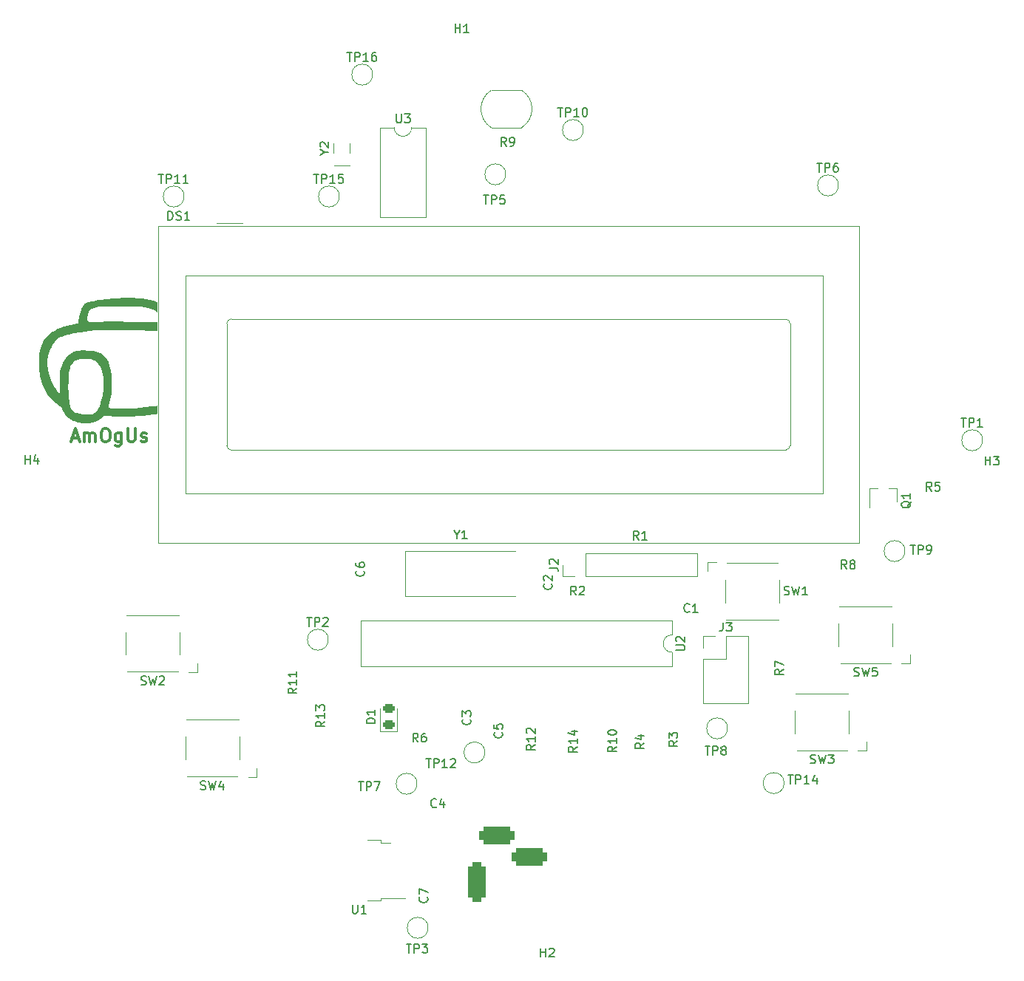
<source format=gbr>
%TF.GenerationSoftware,KiCad,Pcbnew,(6.0.5)*%
%TF.CreationDate,2022-07-22T17:55:24-05:00*%
%TF.ProjectId,First Round Clock,46697273-7420-4526-9f75-6e6420436c6f,rev?*%
%TF.SameCoordinates,PX574d060PY96dce60*%
%TF.FileFunction,Legend,Top*%
%TF.FilePolarity,Positive*%
%FSLAX46Y46*%
G04 Gerber Fmt 4.6, Leading zero omitted, Abs format (unit mm)*
G04 Created by KiCad (PCBNEW (6.0.5)) date 2022-07-22 17:55:24*
%MOMM*%
%LPD*%
G01*
G04 APERTURE LIST*
G04 Aperture macros list*
%AMRoundRect*
0 Rectangle with rounded corners*
0 $1 Rounding radius*
0 $2 $3 $4 $5 $6 $7 $8 $9 X,Y pos of 4 corners*
0 Add a 4 corners polygon primitive as box body*
4,1,4,$2,$3,$4,$5,$6,$7,$8,$9,$2,$3,0*
0 Add four circle primitives for the rounded corners*
1,1,$1+$1,$2,$3*
1,1,$1+$1,$4,$5*
1,1,$1+$1,$6,$7*
1,1,$1+$1,$8,$9*
0 Add four rect primitives between the rounded corners*
20,1,$1+$1,$2,$3,$4,$5,0*
20,1,$1+$1,$4,$5,$6,$7,0*
20,1,$1+$1,$6,$7,$8,$9,0*
20,1,$1+$1,$8,$9,$2,$3,0*%
G04 Aperture macros list end*
%ADD10C,0.150000*%
%ADD11C,0.300000*%
%ADD12C,0.120000*%
%ADD13R,1.400000X1.150000*%
%ADD14C,3.200000*%
%ADD15R,1.600000X1.400000*%
%ADD16R,4.500000X2.000000*%
%ADD17R,1.800000X1.000000*%
%ADD18C,2.000000*%
%ADD19R,2.200000X1.200000*%
%ADD20R,6.400000X5.800000*%
%ADD21R,1.150000X1.400000*%
%ADD22R,0.800000X0.900000*%
%ADD23C,1.600000*%
%ADD24RoundRect,0.243750X0.456250X-0.243750X0.456250X0.243750X-0.456250X0.243750X-0.456250X-0.243750X0*%
%ADD25R,1.700000X1.700000*%
%ADD26O,1.700000X1.700000*%
%ADD27R,1.600000X1.600000*%
%ADD28O,1.600000X1.600000*%
%ADD29C,3.000000*%
%ADD30R,1.800000X2.600000*%
%ADD31O,1.800000X2.600000*%
%ADD32RoundRect,0.500000X-0.500000X1.750000X-0.500000X-1.750000X0.500000X-1.750000X0.500000X1.750000X0*%
%ADD33RoundRect,0.500000X-1.500000X-0.500000X1.500000X-0.500000X1.500000X0.500000X-1.500000X0.500000X0*%
%ADD34R,2.000000X2.000000*%
%ADD35R,3.000000X3.000000*%
%ADD36C,1.440000*%
G04 APERTURE END LIST*
D10*
%TO.C,C7*%
X49227742Y13117534D02*
X49275361Y13069915D01*
X49322980Y12927058D01*
X49322980Y12831820D01*
X49275361Y12688962D01*
X49180123Y12593724D01*
X49084885Y12546105D01*
X48894409Y12498486D01*
X48751552Y12498486D01*
X48561076Y12546105D01*
X48465838Y12593724D01*
X48370600Y12688962D01*
X48322980Y12831820D01*
X48322980Y12927058D01*
X48370600Y13069915D01*
X48418219Y13117534D01*
X48322980Y13450867D02*
X48322980Y14117534D01*
X49322980Y13688962D01*
%TO.C,H4*%
X3196495Y62793620D02*
X3196495Y63793620D01*
X3196495Y63317429D02*
X3767923Y63317429D01*
X3767923Y62793620D02*
X3767923Y63793620D01*
X4672685Y63460286D02*
X4672685Y62793620D01*
X4434590Y63841239D02*
X4196495Y63126953D01*
X4815542Y63126953D01*
%TO.C,R14*%
X66416180Y30345143D02*
X65939990Y30011810D01*
X66416180Y29773715D02*
X65416180Y29773715D01*
X65416180Y30154667D01*
X65463800Y30249905D01*
X65511419Y30297524D01*
X65606657Y30345143D01*
X65749514Y30345143D01*
X65844752Y30297524D01*
X65892371Y30249905D01*
X65939990Y30154667D01*
X65939990Y29773715D01*
X66416180Y31297524D02*
X66416180Y30726096D01*
X66416180Y31011810D02*
X65416180Y31011810D01*
X65559038Y30916572D01*
X65654276Y30821334D01*
X65701895Y30726096D01*
X65749514Y32154667D02*
X66416180Y32154667D01*
X65368561Y31916572D02*
X66082847Y31678477D01*
X66082847Y32297524D01*
%TO.C,SW4*%
X23304666Y25486439D02*
X23447523Y25438820D01*
X23685619Y25438820D01*
X23780857Y25486439D01*
X23828476Y25534058D01*
X23876095Y25629296D01*
X23876095Y25724534D01*
X23828476Y25819772D01*
X23780857Y25867391D01*
X23685619Y25915010D01*
X23495142Y25962629D01*
X23399904Y26010248D01*
X23352285Y26057867D01*
X23304666Y26153105D01*
X23304666Y26248343D01*
X23352285Y26343581D01*
X23399904Y26391200D01*
X23495142Y26438820D01*
X23733238Y26438820D01*
X23876095Y26391200D01*
X24209428Y26438820D02*
X24447523Y25438820D01*
X24638000Y26153105D01*
X24828476Y25438820D01*
X25066571Y26438820D01*
X25876095Y26105486D02*
X25876095Y25438820D01*
X25638000Y26486439D02*
X25399904Y25772153D01*
X26018952Y25772153D01*
%TO.C,Y1*%
X52635209Y54659210D02*
X52635209Y54183020D01*
X52301876Y55183020D02*
X52635209Y54659210D01*
X52968542Y55183020D01*
X53825685Y54183020D02*
X53254257Y54183020D01*
X53539971Y54183020D02*
X53539971Y55183020D01*
X53444733Y55040162D01*
X53349495Y54944924D01*
X53254257Y54897305D01*
%TO.C,Y2*%
X37484590Y98465010D02*
X37960780Y98465010D01*
X36960780Y98131677D02*
X37484590Y98465010D01*
X36960780Y98798343D01*
X37056019Y99084058D02*
X37008400Y99131677D01*
X36960780Y99226915D01*
X36960780Y99465010D01*
X37008400Y99560248D01*
X37056019Y99607867D01*
X37151257Y99655486D01*
X37246495Y99655486D01*
X37389352Y99607867D01*
X37960780Y99036439D01*
X37960780Y99655486D01*
%TO.C,TP14*%
X90565504Y27116020D02*
X91136933Y27116020D01*
X90851219Y26116020D02*
X90851219Y27116020D01*
X91470266Y26116020D02*
X91470266Y27116020D01*
X91851219Y27116020D01*
X91946457Y27068400D01*
X91994076Y27020781D01*
X92041695Y26925543D01*
X92041695Y26782686D01*
X91994076Y26687448D01*
X91946457Y26639829D01*
X91851219Y26592210D01*
X91470266Y26592210D01*
X92994076Y26116020D02*
X92422647Y26116020D01*
X92708361Y26116020D02*
X92708361Y27116020D01*
X92613123Y26973162D01*
X92517885Y26877924D01*
X92422647Y26830305D01*
X93851219Y26782686D02*
X93851219Y26116020D01*
X93613123Y27163639D02*
X93375028Y26449353D01*
X93994076Y26449353D01*
%TO.C,U1*%
X40696495Y12238820D02*
X40696495Y11429296D01*
X40744114Y11334058D01*
X40791733Y11286439D01*
X40886971Y11238820D01*
X41077447Y11238820D01*
X41172685Y11286439D01*
X41220304Y11334058D01*
X41267923Y11429296D01*
X41267923Y12238820D01*
X42267923Y11238820D02*
X41696495Y11238820D01*
X41982209Y11238820D02*
X41982209Y12238820D01*
X41886971Y12095962D01*
X41791733Y12000724D01*
X41696495Y11953105D01*
%TO.C,R13*%
X37511980Y33240743D02*
X37035790Y32907410D01*
X37511980Y32669315D02*
X36511980Y32669315D01*
X36511980Y33050267D01*
X36559600Y33145505D01*
X36607219Y33193124D01*
X36702457Y33240743D01*
X36845314Y33240743D01*
X36940552Y33193124D01*
X36988171Y33145505D01*
X37035790Y33050267D01*
X37035790Y32669315D01*
X37511980Y34193124D02*
X37511980Y33621696D01*
X37511980Y33907410D02*
X36511980Y33907410D01*
X36654838Y33812172D01*
X36750076Y33716934D01*
X36797695Y33621696D01*
X36511980Y34526458D02*
X36511980Y35145505D01*
X36892933Y34812172D01*
X36892933Y34955029D01*
X36940552Y35050267D01*
X36988171Y35097886D01*
X37083409Y35145505D01*
X37321504Y35145505D01*
X37416742Y35097886D01*
X37464361Y35050267D01*
X37511980Y34955029D01*
X37511980Y34669315D01*
X37464361Y34574077D01*
X37416742Y34526458D01*
%TO.C,R1*%
X73467933Y54081420D02*
X73134600Y54557610D01*
X72896504Y54081420D02*
X72896504Y55081420D01*
X73277457Y55081420D01*
X73372695Y55033800D01*
X73420314Y54986181D01*
X73467933Y54890943D01*
X73467933Y54748086D01*
X73420314Y54652848D01*
X73372695Y54605229D01*
X73277457Y54557610D01*
X72896504Y54557610D01*
X74420314Y54081420D02*
X73848885Y54081420D01*
X74134600Y54081420D02*
X74134600Y55081420D01*
X74039361Y54938562D01*
X73944123Y54843324D01*
X73848885Y54795705D01*
%TO.C,C1*%
X79284533Y45845458D02*
X79236914Y45797839D01*
X79094057Y45750220D01*
X78998819Y45750220D01*
X78855961Y45797839D01*
X78760723Y45893077D01*
X78713104Y45988315D01*
X78665485Y46178791D01*
X78665485Y46321648D01*
X78713104Y46512124D01*
X78760723Y46607362D01*
X78855961Y46702600D01*
X78998819Y46750220D01*
X79094057Y46750220D01*
X79236914Y46702600D01*
X79284533Y46654981D01*
X80236914Y45750220D02*
X79665485Y45750220D01*
X79951200Y45750220D02*
X79951200Y46750220D01*
X79855961Y46607362D01*
X79760723Y46512124D01*
X79665485Y46464505D01*
%TO.C,C6*%
X41962342Y50531734D02*
X42009961Y50484115D01*
X42057580Y50341258D01*
X42057580Y50246020D01*
X42009961Y50103162D01*
X41914723Y50007924D01*
X41819485Y49960305D01*
X41629009Y49912686D01*
X41486152Y49912686D01*
X41295676Y49960305D01*
X41200438Y50007924D01*
X41105200Y50103162D01*
X41057580Y50246020D01*
X41057580Y50341258D01*
X41105200Y50484115D01*
X41152819Y50531734D01*
X41057580Y51388877D02*
X41057580Y51198400D01*
X41105200Y51103162D01*
X41152819Y51055543D01*
X41295676Y50960305D01*
X41486152Y50912686D01*
X41867104Y50912686D01*
X41962342Y50960305D01*
X42009961Y51007924D01*
X42057580Y51103162D01*
X42057580Y51293639D01*
X42009961Y51388877D01*
X41962342Y51436496D01*
X41867104Y51484115D01*
X41629009Y51484115D01*
X41533771Y51436496D01*
X41486152Y51388877D01*
X41438533Y51293639D01*
X41438533Y51103162D01*
X41486152Y51007924D01*
X41533771Y50960305D01*
X41629009Y50912686D01*
%TO.C,TP9*%
X104579895Y53455820D02*
X105151323Y53455820D01*
X104865609Y52455820D02*
X104865609Y53455820D01*
X105484657Y52455820D02*
X105484657Y53455820D01*
X105865609Y53455820D01*
X105960847Y53408200D01*
X106008466Y53360581D01*
X106056085Y53265343D01*
X106056085Y53122486D01*
X106008466Y53027248D01*
X105960847Y52979629D01*
X105865609Y52932010D01*
X105484657Y52932010D01*
X106532276Y52455820D02*
X106722752Y52455820D01*
X106817990Y52503439D01*
X106865609Y52551058D01*
X106960847Y52693915D01*
X107008466Y52884391D01*
X107008466Y53265343D01*
X106960847Y53360581D01*
X106913228Y53408200D01*
X106817990Y53455820D01*
X106627514Y53455820D01*
X106532276Y53408200D01*
X106484657Y53360581D01*
X106437038Y53265343D01*
X106437038Y53027248D01*
X106484657Y52932010D01*
X106532276Y52884391D01*
X106627514Y52836772D01*
X106817990Y52836772D01*
X106913228Y52884391D01*
X106960847Y52932010D01*
X107008466Y53027248D01*
%TO.C,TP11*%
X18480304Y95966820D02*
X19051733Y95966820D01*
X18766019Y94966820D02*
X18766019Y95966820D01*
X19385066Y94966820D02*
X19385066Y95966820D01*
X19766019Y95966820D01*
X19861257Y95919200D01*
X19908876Y95871581D01*
X19956495Y95776343D01*
X19956495Y95633486D01*
X19908876Y95538248D01*
X19861257Y95490629D01*
X19766019Y95443010D01*
X19385066Y95443010D01*
X20908876Y94966820D02*
X20337447Y94966820D01*
X20623161Y94966820D02*
X20623161Y95966820D01*
X20527923Y95823962D01*
X20432685Y95728724D01*
X20337447Y95681105D01*
X21861257Y94966820D02*
X21289828Y94966820D01*
X21575542Y94966820D02*
X21575542Y95966820D01*
X21480304Y95823962D01*
X21385066Y95728724D01*
X21289828Y95681105D01*
%TO.C,R7*%
X90038180Y39203334D02*
X89561990Y38870000D01*
X90038180Y38631905D02*
X89038180Y38631905D01*
X89038180Y39012858D01*
X89085800Y39108096D01*
X89133419Y39155715D01*
X89228657Y39203334D01*
X89371514Y39203334D01*
X89466752Y39155715D01*
X89514371Y39108096D01*
X89561990Y39012858D01*
X89561990Y38631905D01*
X89038180Y39536667D02*
X89038180Y40203334D01*
X90038180Y39774762D01*
%TO.C,Q1*%
X104662219Y58477162D02*
X104614600Y58381924D01*
X104519361Y58286686D01*
X104376504Y58143829D01*
X104328885Y58048591D01*
X104328885Y57953353D01*
X104566980Y58000972D02*
X104519361Y57905734D01*
X104424123Y57810496D01*
X104233647Y57762877D01*
X103900314Y57762877D01*
X103709838Y57810496D01*
X103614600Y57905734D01*
X103566980Y58000972D01*
X103566980Y58191448D01*
X103614600Y58286686D01*
X103709838Y58381924D01*
X103900314Y58429543D01*
X104233647Y58429543D01*
X104424123Y58381924D01*
X104519361Y58286686D01*
X104566980Y58191448D01*
X104566980Y58000972D01*
X104566980Y59381924D02*
X104566980Y58810496D01*
X104566980Y59096210D02*
X103566980Y59096210D01*
X103709838Y59000972D01*
X103805076Y58905734D01*
X103852695Y58810496D01*
%TO.C,C5*%
X57786542Y32003334D02*
X57834161Y31955715D01*
X57881780Y31812858D01*
X57881780Y31717620D01*
X57834161Y31574762D01*
X57738923Y31479524D01*
X57643685Y31431905D01*
X57453209Y31384286D01*
X57310352Y31384286D01*
X57119876Y31431905D01*
X57024638Y31479524D01*
X56929400Y31574762D01*
X56881780Y31717620D01*
X56881780Y31812858D01*
X56929400Y31955715D01*
X56977019Y32003334D01*
X56881780Y32908096D02*
X56881780Y32431905D01*
X57357971Y32384286D01*
X57310352Y32431905D01*
X57262733Y32527143D01*
X57262733Y32765239D01*
X57310352Y32860477D01*
X57357971Y32908096D01*
X57453209Y32955715D01*
X57691304Y32955715D01*
X57786542Y32908096D01*
X57834161Y32860477D01*
X57881780Y32765239D01*
X57881780Y32527143D01*
X57834161Y32431905D01*
X57786542Y32384286D01*
%TO.C,SW1*%
X90125066Y47786439D02*
X90267923Y47738820D01*
X90506019Y47738820D01*
X90601257Y47786439D01*
X90648876Y47834058D01*
X90696495Y47929296D01*
X90696495Y48024534D01*
X90648876Y48119772D01*
X90601257Y48167391D01*
X90506019Y48215010D01*
X90315542Y48262629D01*
X90220304Y48310248D01*
X90172685Y48357867D01*
X90125066Y48453105D01*
X90125066Y48548343D01*
X90172685Y48643581D01*
X90220304Y48691200D01*
X90315542Y48738820D01*
X90553638Y48738820D01*
X90696495Y48691200D01*
X91029828Y48738820D02*
X91267923Y47738820D01*
X91458400Y48453105D01*
X91648876Y47738820D01*
X91886971Y48738820D01*
X92791733Y47738820D02*
X92220304Y47738820D01*
X92506019Y47738820D02*
X92506019Y48738820D01*
X92410780Y48595962D01*
X92315542Y48500724D01*
X92220304Y48453105D01*
%TO.C,R3*%
X77910780Y31024534D02*
X77434590Y30691200D01*
X77910780Y30453105D02*
X76910780Y30453105D01*
X76910780Y30834058D01*
X76958400Y30929296D01*
X77006019Y30976915D01*
X77101257Y31024534D01*
X77244114Y31024534D01*
X77339352Y30976915D01*
X77386971Y30929296D01*
X77434590Y30834058D01*
X77434590Y30453105D01*
X76910780Y31357867D02*
X76910780Y31976915D01*
X77291733Y31643581D01*
X77291733Y31786439D01*
X77339352Y31881677D01*
X77386971Y31929296D01*
X77482209Y31976915D01*
X77720304Y31976915D01*
X77815542Y31929296D01*
X77863161Y31881677D01*
X77910780Y31786439D01*
X77910780Y31500724D01*
X77863161Y31405486D01*
X77815542Y31357867D01*
%TO.C,TP15*%
X36260304Y95966820D02*
X36831733Y95966820D01*
X36546019Y94966820D02*
X36546019Y95966820D01*
X37165066Y94966820D02*
X37165066Y95966820D01*
X37546019Y95966820D01*
X37641257Y95919200D01*
X37688876Y95871581D01*
X37736495Y95776343D01*
X37736495Y95633486D01*
X37688876Y95538248D01*
X37641257Y95490629D01*
X37546019Y95443010D01*
X37165066Y95443010D01*
X38688876Y94966820D02*
X38117447Y94966820D01*
X38403161Y94966820D02*
X38403161Y95966820D01*
X38307923Y95823962D01*
X38212685Y95728724D01*
X38117447Y95681105D01*
X39593638Y95966820D02*
X39117447Y95966820D01*
X39069828Y95490629D01*
X39117447Y95538248D01*
X39212685Y95585867D01*
X39450780Y95585867D01*
X39546019Y95538248D01*
X39593638Y95490629D01*
X39641257Y95395391D01*
X39641257Y95157296D01*
X39593638Y95062058D01*
X39546019Y95014439D01*
X39450780Y94966820D01*
X39212685Y94966820D01*
X39117447Y95014439D01*
X39069828Y95062058D01*
%TO.C,R9*%
X58291133Y99191420D02*
X57957800Y99667610D01*
X57719704Y99191420D02*
X57719704Y100191420D01*
X58100657Y100191420D01*
X58195895Y100143800D01*
X58243514Y100096181D01*
X58291133Y100000943D01*
X58291133Y99858086D01*
X58243514Y99762848D01*
X58195895Y99715229D01*
X58100657Y99667610D01*
X57719704Y99667610D01*
X58767323Y99191420D02*
X58957800Y99191420D01*
X59053038Y99239039D01*
X59100657Y99286658D01*
X59195895Y99429515D01*
X59243514Y99619991D01*
X59243514Y100000943D01*
X59195895Y100096181D01*
X59148276Y100143800D01*
X59053038Y100191420D01*
X58862561Y100191420D01*
X58767323Y100143800D01*
X58719704Y100096181D01*
X58672085Y100000943D01*
X58672085Y99762848D01*
X58719704Y99667610D01*
X58767323Y99619991D01*
X58862561Y99572372D01*
X59053038Y99572372D01*
X59148276Y99619991D01*
X59195895Y99667610D01*
X59243514Y99762848D01*
%TO.C,TP5*%
X55710295Y93562420D02*
X56281723Y93562420D01*
X55996009Y92562420D02*
X55996009Y93562420D01*
X56615057Y92562420D02*
X56615057Y93562420D01*
X56996009Y93562420D01*
X57091247Y93514800D01*
X57138866Y93467181D01*
X57186485Y93371943D01*
X57186485Y93229086D01*
X57138866Y93133848D01*
X57091247Y93086229D01*
X56996009Y93038610D01*
X56615057Y93038610D01*
X58091247Y93562420D02*
X57615057Y93562420D01*
X57567438Y93086229D01*
X57615057Y93133848D01*
X57710295Y93181467D01*
X57948390Y93181467D01*
X58043628Y93133848D01*
X58091247Y93086229D01*
X58138866Y92990991D01*
X58138866Y92752896D01*
X58091247Y92657658D01*
X58043628Y92610039D01*
X57948390Y92562420D01*
X57710295Y92562420D01*
X57615057Y92610039D01*
X57567438Y92657658D01*
%TO.C,TP1*%
X110396495Y68026820D02*
X110967923Y68026820D01*
X110682209Y67026820D02*
X110682209Y68026820D01*
X111301257Y67026820D02*
X111301257Y68026820D01*
X111682209Y68026820D01*
X111777447Y67979200D01*
X111825066Y67931581D01*
X111872685Y67836343D01*
X111872685Y67693486D01*
X111825066Y67598248D01*
X111777447Y67550629D01*
X111682209Y67503010D01*
X111301257Y67503010D01*
X112825066Y67026820D02*
X112253638Y67026820D01*
X112539352Y67026820D02*
X112539352Y68026820D01*
X112444114Y67883962D01*
X112348876Y67788724D01*
X112253638Y67741105D01*
%TO.C,TP12*%
X49112704Y28970220D02*
X49684133Y28970220D01*
X49398419Y27970220D02*
X49398419Y28970220D01*
X50017466Y27970220D02*
X50017466Y28970220D01*
X50398419Y28970220D01*
X50493657Y28922600D01*
X50541276Y28874981D01*
X50588895Y28779743D01*
X50588895Y28636886D01*
X50541276Y28541648D01*
X50493657Y28494029D01*
X50398419Y28446410D01*
X50017466Y28446410D01*
X51541276Y27970220D02*
X50969847Y27970220D01*
X51255561Y27970220D02*
X51255561Y28970220D01*
X51160323Y28827362D01*
X51065085Y28732124D01*
X50969847Y28684505D01*
X51922228Y28874981D02*
X51969847Y28922600D01*
X52065085Y28970220D01*
X52303180Y28970220D01*
X52398419Y28922600D01*
X52446038Y28874981D01*
X52493657Y28779743D01*
X52493657Y28684505D01*
X52446038Y28541648D01*
X51874609Y27970220D01*
X52493657Y27970220D01*
%TO.C,D1*%
X43283380Y33043905D02*
X42283380Y33043905D01*
X42283380Y33282000D01*
X42331000Y33424858D01*
X42426238Y33520096D01*
X42521476Y33567715D01*
X42711952Y33615334D01*
X42854809Y33615334D01*
X43045285Y33567715D01*
X43140523Y33520096D01*
X43235761Y33424858D01*
X43283380Y33282000D01*
X43283380Y33043905D01*
X43283380Y34567715D02*
X43283380Y33996286D01*
X43283380Y34282000D02*
X42283380Y34282000D01*
X42426238Y34186762D01*
X42521476Y34091524D01*
X42569095Y33996286D01*
%TO.C,R5*%
X107021333Y59669420D02*
X106688000Y60145610D01*
X106449904Y59669420D02*
X106449904Y60669420D01*
X106830857Y60669420D01*
X106926095Y60621800D01*
X106973714Y60574181D01*
X107021333Y60478943D01*
X107021333Y60336086D01*
X106973714Y60240848D01*
X106926095Y60193229D01*
X106830857Y60145610D01*
X106449904Y60145610D01*
X107926095Y60669420D02*
X107449904Y60669420D01*
X107402285Y60193229D01*
X107449904Y60240848D01*
X107545142Y60288467D01*
X107783238Y60288467D01*
X107878476Y60240848D01*
X107926095Y60193229D01*
X107973714Y60097991D01*
X107973714Y59859896D01*
X107926095Y59764658D01*
X107878476Y59717039D01*
X107783238Y59669420D01*
X107545142Y59669420D01*
X107449904Y59717039D01*
X107402285Y59764658D01*
%TO.C,TP8*%
X81059495Y30418020D02*
X81630923Y30418020D01*
X81345209Y29418020D02*
X81345209Y30418020D01*
X81964257Y29418020D02*
X81964257Y30418020D01*
X82345209Y30418020D01*
X82440447Y30370400D01*
X82488066Y30322781D01*
X82535685Y30227543D01*
X82535685Y30084686D01*
X82488066Y29989448D01*
X82440447Y29941829D01*
X82345209Y29894210D01*
X81964257Y29894210D01*
X83107114Y29989448D02*
X83011876Y30037067D01*
X82964257Y30084686D01*
X82916638Y30179924D01*
X82916638Y30227543D01*
X82964257Y30322781D01*
X83011876Y30370400D01*
X83107114Y30418020D01*
X83297590Y30418020D01*
X83392828Y30370400D01*
X83440447Y30322781D01*
X83488066Y30227543D01*
X83488066Y30179924D01*
X83440447Y30084686D01*
X83392828Y30037067D01*
X83297590Y29989448D01*
X83107114Y29989448D01*
X83011876Y29941829D01*
X82964257Y29894210D01*
X82916638Y29798972D01*
X82916638Y29608496D01*
X82964257Y29513258D01*
X83011876Y29465639D01*
X83107114Y29418020D01*
X83297590Y29418020D01*
X83392828Y29465639D01*
X83440447Y29513258D01*
X83488066Y29608496D01*
X83488066Y29798972D01*
X83440447Y29894210D01*
X83392828Y29941829D01*
X83297590Y29989448D01*
%TO.C,TP7*%
X41384695Y26328620D02*
X41956123Y26328620D01*
X41670409Y25328620D02*
X41670409Y26328620D01*
X42289457Y25328620D02*
X42289457Y26328620D01*
X42670409Y26328620D01*
X42765647Y26281000D01*
X42813266Y26233381D01*
X42860885Y26138143D01*
X42860885Y25995286D01*
X42813266Y25900048D01*
X42765647Y25852429D01*
X42670409Y25804810D01*
X42289457Y25804810D01*
X43194219Y26328620D02*
X43860885Y26328620D01*
X43432314Y25328620D01*
%TO.C,R6*%
X48194933Y30891220D02*
X47861600Y31367410D01*
X47623504Y30891220D02*
X47623504Y31891220D01*
X48004457Y31891220D01*
X48099695Y31843600D01*
X48147314Y31795981D01*
X48194933Y31700743D01*
X48194933Y31557886D01*
X48147314Y31462648D01*
X48099695Y31415029D01*
X48004457Y31367410D01*
X47623504Y31367410D01*
X49052076Y31891220D02*
X48861600Y31891220D01*
X48766361Y31843600D01*
X48718742Y31795981D01*
X48623504Y31653124D01*
X48575885Y31462648D01*
X48575885Y31081696D01*
X48623504Y30986458D01*
X48671123Y30938839D01*
X48766361Y30891220D01*
X48956838Y30891220D01*
X49052076Y30938839D01*
X49099695Y30986458D01*
X49147314Y31081696D01*
X49147314Y31319791D01*
X49099695Y31415029D01*
X49052076Y31462648D01*
X48956838Y31510267D01*
X48766361Y31510267D01*
X48671123Y31462648D01*
X48623504Y31415029D01*
X48575885Y31319791D01*
%TO.C,R4*%
X74086980Y30770534D02*
X73610790Y30437200D01*
X74086980Y30199105D02*
X73086980Y30199105D01*
X73086980Y30580058D01*
X73134600Y30675296D01*
X73182219Y30722915D01*
X73277457Y30770534D01*
X73420314Y30770534D01*
X73515552Y30722915D01*
X73563171Y30675296D01*
X73610790Y30580058D01*
X73610790Y30199105D01*
X73420314Y31627677D02*
X74086980Y31627677D01*
X73039361Y31389581D02*
X73753647Y31151486D01*
X73753647Y31770534D01*
%TO.C,H3*%
X113157095Y62641220D02*
X113157095Y63641220D01*
X113157095Y63165029D02*
X113728523Y63165029D01*
X113728523Y62641220D02*
X113728523Y63641220D01*
X114109476Y63641220D02*
X114728523Y63641220D01*
X114395190Y63260267D01*
X114538047Y63260267D01*
X114633285Y63212648D01*
X114680904Y63165029D01*
X114728523Y63069791D01*
X114728523Y62831696D01*
X114680904Y62736458D01*
X114633285Y62688839D01*
X114538047Y62641220D01*
X114252333Y62641220D01*
X114157095Y62688839D01*
X114109476Y62736458D01*
%TO.C,C3*%
X54153342Y33513734D02*
X54200961Y33466115D01*
X54248580Y33323258D01*
X54248580Y33228020D01*
X54200961Y33085162D01*
X54105723Y32989924D01*
X54010485Y32942305D01*
X53820009Y32894686D01*
X53677152Y32894686D01*
X53486676Y32942305D01*
X53391438Y32989924D01*
X53296200Y33085162D01*
X53248580Y33228020D01*
X53248580Y33323258D01*
X53296200Y33466115D01*
X53343819Y33513734D01*
X53248580Y33847067D02*
X53248580Y34466115D01*
X53629533Y34132781D01*
X53629533Y34275639D01*
X53677152Y34370877D01*
X53724771Y34418496D01*
X53820009Y34466115D01*
X54058104Y34466115D01*
X54153342Y34418496D01*
X54200961Y34370877D01*
X54248580Y34275639D01*
X54248580Y33989924D01*
X54200961Y33894686D01*
X54153342Y33847067D01*
%TO.C,J2*%
X63230780Y50857867D02*
X63945066Y50857867D01*
X64087923Y50810248D01*
X64183161Y50715010D01*
X64230780Y50572153D01*
X64230780Y50476915D01*
X63326019Y51286439D02*
X63278400Y51334058D01*
X63230780Y51429296D01*
X63230780Y51667391D01*
X63278400Y51762629D01*
X63326019Y51810248D01*
X63421257Y51857867D01*
X63516495Y51857867D01*
X63659352Y51810248D01*
X64230780Y51238820D01*
X64230780Y51857867D01*
%TO.C,H2*%
X62230095Y6253220D02*
X62230095Y7253220D01*
X62230095Y6777029D02*
X62801523Y6777029D01*
X62801523Y6253220D02*
X62801523Y7253220D01*
X63230095Y7157981D02*
X63277714Y7205600D01*
X63372952Y7253220D01*
X63611047Y7253220D01*
X63706285Y7205600D01*
X63753904Y7157981D01*
X63801523Y7062743D01*
X63801523Y6967505D01*
X63753904Y6824648D01*
X63182476Y6253220D01*
X63801523Y6253220D01*
%TO.C,C2*%
X63465542Y49024534D02*
X63513161Y48976915D01*
X63560780Y48834058D01*
X63560780Y48738820D01*
X63513161Y48595962D01*
X63417923Y48500724D01*
X63322685Y48453105D01*
X63132209Y48405486D01*
X62989352Y48405486D01*
X62798876Y48453105D01*
X62703638Y48500724D01*
X62608400Y48595962D01*
X62560780Y48738820D01*
X62560780Y48834058D01*
X62608400Y48976915D01*
X62656019Y49024534D01*
X62656019Y49405486D02*
X62608400Y49453105D01*
X62560780Y49548343D01*
X62560780Y49786439D01*
X62608400Y49881677D01*
X62656019Y49929296D01*
X62751257Y49976915D01*
X62846495Y49976915D01*
X62989352Y49929296D01*
X63560780Y49357867D01*
X63560780Y49976915D01*
%TO.C,U3*%
X45706495Y102868820D02*
X45706495Y102059296D01*
X45754114Y101964058D01*
X45801733Y101916439D01*
X45896971Y101868820D01*
X46087447Y101868820D01*
X46182685Y101916439D01*
X46230304Y101964058D01*
X46277923Y102059296D01*
X46277923Y102868820D01*
X46658876Y102868820D02*
X47277923Y102868820D01*
X46944590Y102487867D01*
X47087447Y102487867D01*
X47182685Y102440248D01*
X47230304Y102392629D01*
X47277923Y102297391D01*
X47277923Y102059296D01*
X47230304Y101964058D01*
X47182685Y101916439D01*
X47087447Y101868820D01*
X46801733Y101868820D01*
X46706495Y101916439D01*
X46658876Y101964058D01*
%TO.C,H1*%
X52446495Y112188820D02*
X52446495Y113188820D01*
X52446495Y112712629D02*
X53017923Y112712629D01*
X53017923Y112188820D02*
X53017923Y113188820D01*
X54017923Y112188820D02*
X53446495Y112188820D01*
X53732209Y112188820D02*
X53732209Y113188820D01*
X53636971Y113045962D01*
X53541733Y112950724D01*
X53446495Y112903105D01*
%TO.C,SW3*%
X93125066Y28486439D02*
X93267923Y28438820D01*
X93506019Y28438820D01*
X93601257Y28486439D01*
X93648876Y28534058D01*
X93696495Y28629296D01*
X93696495Y28724534D01*
X93648876Y28819772D01*
X93601257Y28867391D01*
X93506019Y28915010D01*
X93315542Y28962629D01*
X93220304Y29010248D01*
X93172685Y29057867D01*
X93125066Y29153105D01*
X93125066Y29248343D01*
X93172685Y29343581D01*
X93220304Y29391200D01*
X93315542Y29438820D01*
X93553638Y29438820D01*
X93696495Y29391200D01*
X94029828Y29438820D02*
X94267923Y28438820D01*
X94458400Y29153105D01*
X94648876Y28438820D01*
X94886971Y29438820D01*
X95172685Y29438820D02*
X95791733Y29438820D01*
X95458400Y29057867D01*
X95601257Y29057867D01*
X95696495Y29010248D01*
X95744114Y28962629D01*
X95791733Y28867391D01*
X95791733Y28629296D01*
X95744114Y28534058D01*
X95696495Y28486439D01*
X95601257Y28438820D01*
X95315542Y28438820D01*
X95220304Y28486439D01*
X95172685Y28534058D01*
%TO.C,R10*%
X70937380Y30370543D02*
X70461190Y30037210D01*
X70937380Y29799115D02*
X69937380Y29799115D01*
X69937380Y30180067D01*
X69985000Y30275305D01*
X70032619Y30322924D01*
X70127857Y30370543D01*
X70270714Y30370543D01*
X70365952Y30322924D01*
X70413571Y30275305D01*
X70461190Y30180067D01*
X70461190Y29799115D01*
X70937380Y31322924D02*
X70937380Y30751496D01*
X70937380Y31037210D02*
X69937380Y31037210D01*
X70080238Y30941972D01*
X70175476Y30846734D01*
X70223095Y30751496D01*
X69937380Y31941972D02*
X69937380Y32037210D01*
X69985000Y32132448D01*
X70032619Y32180067D01*
X70127857Y32227686D01*
X70318333Y32275305D01*
X70556428Y32275305D01*
X70746904Y32227686D01*
X70842142Y32180067D01*
X70889761Y32132448D01*
X70937380Y32037210D01*
X70937380Y31941972D01*
X70889761Y31846734D01*
X70842142Y31799115D01*
X70746904Y31751496D01*
X70556428Y31703877D01*
X70318333Y31703877D01*
X70127857Y31751496D01*
X70032619Y31799115D01*
X69985000Y31846734D01*
X69937380Y31941972D01*
%TO.C,TP16*%
X40070304Y109936820D02*
X40641733Y109936820D01*
X40356019Y108936820D02*
X40356019Y109936820D01*
X40975066Y108936820D02*
X40975066Y109936820D01*
X41356019Y109936820D01*
X41451257Y109889200D01*
X41498876Y109841581D01*
X41546495Y109746343D01*
X41546495Y109603486D01*
X41498876Y109508248D01*
X41451257Y109460629D01*
X41356019Y109413010D01*
X40975066Y109413010D01*
X42498876Y108936820D02*
X41927447Y108936820D01*
X42213161Y108936820D02*
X42213161Y109936820D01*
X42117923Y109793962D01*
X42022685Y109698724D01*
X41927447Y109651105D01*
X43356019Y109936820D02*
X43165542Y109936820D01*
X43070304Y109889200D01*
X43022685Y109841581D01*
X42927447Y109698724D01*
X42879828Y109508248D01*
X42879828Y109127296D01*
X42927447Y109032058D01*
X42975066Y108984439D01*
X43070304Y108936820D01*
X43260780Y108936820D01*
X43356019Y108984439D01*
X43403638Y109032058D01*
X43451257Y109127296D01*
X43451257Y109365391D01*
X43403638Y109460629D01*
X43356019Y109508248D01*
X43260780Y109555867D01*
X43070304Y109555867D01*
X42975066Y109508248D01*
X42927447Y109460629D01*
X42879828Y109365391D01*
%TO.C,R2*%
X66291733Y47738820D02*
X65958400Y48215010D01*
X65720304Y47738820D02*
X65720304Y48738820D01*
X66101257Y48738820D01*
X66196495Y48691200D01*
X66244114Y48643581D01*
X66291733Y48548343D01*
X66291733Y48405486D01*
X66244114Y48310248D01*
X66196495Y48262629D01*
X66101257Y48215010D01*
X65720304Y48215010D01*
X66672685Y48643581D02*
X66720304Y48691200D01*
X66815542Y48738820D01*
X67053638Y48738820D01*
X67148876Y48691200D01*
X67196495Y48643581D01*
X67244114Y48548343D01*
X67244114Y48453105D01*
X67196495Y48310248D01*
X66625066Y47738820D01*
X67244114Y47738820D01*
%TO.C,TP2*%
X35466495Y45166820D02*
X36037923Y45166820D01*
X35752209Y44166820D02*
X35752209Y45166820D01*
X36371257Y44166820D02*
X36371257Y45166820D01*
X36752209Y45166820D01*
X36847447Y45119200D01*
X36895066Y45071581D01*
X36942685Y44976343D01*
X36942685Y44833486D01*
X36895066Y44738248D01*
X36847447Y44690629D01*
X36752209Y44643010D01*
X36371257Y44643010D01*
X37323638Y45071581D02*
X37371257Y45119200D01*
X37466495Y45166820D01*
X37704590Y45166820D01*
X37799828Y45119200D01*
X37847447Y45071581D01*
X37895066Y44976343D01*
X37895066Y44881105D01*
X37847447Y44738248D01*
X37276019Y44166820D01*
X37895066Y44166820D01*
%TO.C,TP10*%
X64200304Y103586820D02*
X64771733Y103586820D01*
X64486019Y102586820D02*
X64486019Y103586820D01*
X65105066Y102586820D02*
X65105066Y103586820D01*
X65486019Y103586820D01*
X65581257Y103539200D01*
X65628876Y103491581D01*
X65676495Y103396343D01*
X65676495Y103253486D01*
X65628876Y103158248D01*
X65581257Y103110629D01*
X65486019Y103063010D01*
X65105066Y103063010D01*
X66628876Y102586820D02*
X66057447Y102586820D01*
X66343161Y102586820D02*
X66343161Y103586820D01*
X66247923Y103443962D01*
X66152685Y103348724D01*
X66057447Y103301105D01*
X67247923Y103586820D02*
X67343161Y103586820D01*
X67438400Y103539200D01*
X67486019Y103491581D01*
X67533638Y103396343D01*
X67581257Y103205867D01*
X67581257Y102967772D01*
X67533638Y102777296D01*
X67486019Y102682058D01*
X67438400Y102634439D01*
X67343161Y102586820D01*
X67247923Y102586820D01*
X67152685Y102634439D01*
X67105066Y102682058D01*
X67057447Y102777296D01*
X67009828Y102967772D01*
X67009828Y103205867D01*
X67057447Y103396343D01*
X67105066Y103491581D01*
X67152685Y103539200D01*
X67247923Y103586820D01*
%TO.C,J3*%
X83120066Y44593820D02*
X83120066Y43879534D01*
X83072447Y43736677D01*
X82977209Y43641439D01*
X82834352Y43593820D01*
X82739114Y43593820D01*
X83501019Y44593820D02*
X84120066Y44593820D01*
X83786733Y44212867D01*
X83929590Y44212867D01*
X84024828Y44165248D01*
X84072447Y44117629D01*
X84120066Y44022391D01*
X84120066Y43784296D01*
X84072447Y43689058D01*
X84024828Y43641439D01*
X83929590Y43593820D01*
X83643876Y43593820D01*
X83548638Y43641439D01*
X83501019Y43689058D01*
%TO.C,TP6*%
X93886495Y97236820D02*
X94457923Y97236820D01*
X94172209Y96236820D02*
X94172209Y97236820D01*
X94791257Y96236820D02*
X94791257Y97236820D01*
X95172209Y97236820D01*
X95267447Y97189200D01*
X95315066Y97141581D01*
X95362685Y97046343D01*
X95362685Y96903486D01*
X95315066Y96808248D01*
X95267447Y96760629D01*
X95172209Y96713010D01*
X94791257Y96713010D01*
X96219828Y97236820D02*
X96029352Y97236820D01*
X95934114Y97189200D01*
X95886495Y97141581D01*
X95791257Y96998724D01*
X95743638Y96808248D01*
X95743638Y96427296D01*
X95791257Y96332058D01*
X95838876Y96284439D01*
X95934114Y96236820D01*
X96124590Y96236820D01*
X96219828Y96284439D01*
X96267447Y96332058D01*
X96315066Y96427296D01*
X96315066Y96665391D01*
X96267447Y96760629D01*
X96219828Y96808248D01*
X96124590Y96855867D01*
X95934114Y96855867D01*
X95838876Y96808248D01*
X95791257Y96760629D01*
X95743638Y96665391D01*
%TO.C,R11*%
X34311580Y37050743D02*
X33835390Y36717410D01*
X34311580Y36479315D02*
X33311580Y36479315D01*
X33311580Y36860267D01*
X33359200Y36955505D01*
X33406819Y37003124D01*
X33502057Y37050743D01*
X33644914Y37050743D01*
X33740152Y37003124D01*
X33787771Y36955505D01*
X33835390Y36860267D01*
X33835390Y36479315D01*
X34311580Y38003124D02*
X34311580Y37431696D01*
X34311580Y37717410D02*
X33311580Y37717410D01*
X33454438Y37622172D01*
X33549676Y37526934D01*
X33597295Y37431696D01*
X34311580Y38955505D02*
X34311580Y38384077D01*
X34311580Y38669791D02*
X33311580Y38669791D01*
X33454438Y38574553D01*
X33549676Y38479315D01*
X33597295Y38384077D01*
%TO.C,C4*%
X50291733Y23484058D02*
X50244114Y23436439D01*
X50101257Y23388820D01*
X50006019Y23388820D01*
X49863161Y23436439D01*
X49767923Y23531677D01*
X49720304Y23626915D01*
X49672685Y23817391D01*
X49672685Y23960248D01*
X49720304Y24150724D01*
X49767923Y24245962D01*
X49863161Y24341200D01*
X50006019Y24388820D01*
X50101257Y24388820D01*
X50244114Y24341200D01*
X50291733Y24293581D01*
X51148876Y24055486D02*
X51148876Y23388820D01*
X50910780Y24436439D02*
X50672685Y23722153D01*
X51291733Y23722153D01*
%TO.C,TP3*%
X46871095Y7735820D02*
X47442523Y7735820D01*
X47156809Y6735820D02*
X47156809Y7735820D01*
X47775857Y6735820D02*
X47775857Y7735820D01*
X48156809Y7735820D01*
X48252047Y7688200D01*
X48299666Y7640581D01*
X48347285Y7545343D01*
X48347285Y7402486D01*
X48299666Y7307248D01*
X48252047Y7259629D01*
X48156809Y7212010D01*
X47775857Y7212010D01*
X48680619Y7735820D02*
X49299666Y7735820D01*
X48966333Y7354867D01*
X49109190Y7354867D01*
X49204428Y7307248D01*
X49252047Y7259629D01*
X49299666Y7164391D01*
X49299666Y6926296D01*
X49252047Y6831058D01*
X49204428Y6783439D01*
X49109190Y6735820D01*
X48823476Y6735820D01*
X48728238Y6783439D01*
X48680619Y6831058D01*
%TO.C,SW2*%
X16480366Y37484639D02*
X16623223Y37437020D01*
X16861319Y37437020D01*
X16956557Y37484639D01*
X17004176Y37532258D01*
X17051795Y37627496D01*
X17051795Y37722734D01*
X17004176Y37817972D01*
X16956557Y37865591D01*
X16861319Y37913210D01*
X16670842Y37960829D01*
X16575604Y38008448D01*
X16527985Y38056067D01*
X16480366Y38151305D01*
X16480366Y38246543D01*
X16527985Y38341781D01*
X16575604Y38389400D01*
X16670842Y38437020D01*
X16908938Y38437020D01*
X17051795Y38389400D01*
X17385128Y38437020D02*
X17623223Y37437020D01*
X17813700Y38151305D01*
X18004176Y37437020D01*
X18242271Y38437020D01*
X18575604Y38341781D02*
X18623223Y38389400D01*
X18718461Y38437020D01*
X18956557Y38437020D01*
X19051795Y38389400D01*
X19099414Y38341781D01*
X19147033Y38246543D01*
X19147033Y38151305D01*
X19099414Y38008448D01*
X18527985Y37437020D01*
X19147033Y37437020D01*
%TO.C,SW5*%
X98125066Y38486439D02*
X98267923Y38438820D01*
X98506019Y38438820D01*
X98601257Y38486439D01*
X98648876Y38534058D01*
X98696495Y38629296D01*
X98696495Y38724534D01*
X98648876Y38819772D01*
X98601257Y38867391D01*
X98506019Y38915010D01*
X98315542Y38962629D01*
X98220304Y39010248D01*
X98172685Y39057867D01*
X98125066Y39153105D01*
X98125066Y39248343D01*
X98172685Y39343581D01*
X98220304Y39391200D01*
X98315542Y39438820D01*
X98553638Y39438820D01*
X98696495Y39391200D01*
X99029828Y39438820D02*
X99267923Y38438820D01*
X99458400Y39153105D01*
X99648876Y38438820D01*
X99886971Y39438820D01*
X100744114Y39438820D02*
X100267923Y39438820D01*
X100220304Y38962629D01*
X100267923Y39010248D01*
X100363161Y39057867D01*
X100601257Y39057867D01*
X100696495Y39010248D01*
X100744114Y38962629D01*
X100791733Y38867391D01*
X100791733Y38629296D01*
X100744114Y38534058D01*
X100696495Y38486439D01*
X100601257Y38438820D01*
X100363161Y38438820D01*
X100267923Y38486439D01*
X100220304Y38534058D01*
%TO.C,DS1*%
X19563514Y90724120D02*
X19563514Y91724120D01*
X19801609Y91724120D01*
X19944466Y91676500D01*
X20039704Y91581262D01*
X20087323Y91486024D01*
X20134942Y91295548D01*
X20134942Y91152691D01*
X20087323Y90962215D01*
X20039704Y90866977D01*
X19944466Y90771739D01*
X19801609Y90724120D01*
X19563514Y90724120D01*
X20515895Y90771739D02*
X20658752Y90724120D01*
X20896847Y90724120D01*
X20992085Y90771739D01*
X21039704Y90819358D01*
X21087323Y90914596D01*
X21087323Y91009834D01*
X21039704Y91105072D01*
X20992085Y91152691D01*
X20896847Y91200310D01*
X20706371Y91247929D01*
X20611133Y91295548D01*
X20563514Y91343167D01*
X20515895Y91438405D01*
X20515895Y91533643D01*
X20563514Y91628881D01*
X20611133Y91676500D01*
X20706371Y91724120D01*
X20944466Y91724120D01*
X21087323Y91676500D01*
X22039704Y90724120D02*
X21468276Y90724120D01*
X21753990Y90724120D02*
X21753990Y91724120D01*
X21658752Y91581262D01*
X21563514Y91486024D01*
X21468276Y91438405D01*
%TO.C,U2*%
X77740780Y41419296D02*
X78550304Y41419296D01*
X78645542Y41466915D01*
X78693161Y41514534D01*
X78740780Y41609772D01*
X78740780Y41800248D01*
X78693161Y41895486D01*
X78645542Y41943105D01*
X78550304Y41990724D01*
X77740780Y41990724D01*
X77836019Y42419296D02*
X77788400Y42466915D01*
X77740780Y42562153D01*
X77740780Y42800248D01*
X77788400Y42895486D01*
X77836019Y42943105D01*
X77931257Y42990724D01*
X78026495Y42990724D01*
X78169352Y42943105D01*
X78740780Y42371677D01*
X78740780Y42990724D01*
D11*
%TO.C,AmOgUs*%
X8570685Y65735200D02*
X9296400Y65735200D01*
X8425542Y65299772D02*
X8933542Y66823772D01*
X9441542Y65299772D01*
X9949542Y65299772D02*
X9949542Y66315772D01*
X9949542Y66170629D02*
X10022114Y66243200D01*
X10167257Y66315772D01*
X10384971Y66315772D01*
X10530114Y66243200D01*
X10602685Y66098058D01*
X10602685Y65299772D01*
X10602685Y66098058D02*
X10675257Y66243200D01*
X10820400Y66315772D01*
X11038114Y66315772D01*
X11183257Y66243200D01*
X11255828Y66098058D01*
X11255828Y65299772D01*
X12271828Y66823772D02*
X12562114Y66823772D01*
X12707257Y66751200D01*
X12852400Y66606058D01*
X12924971Y66315772D01*
X12924971Y65807772D01*
X12852400Y65517486D01*
X12707257Y65372343D01*
X12562114Y65299772D01*
X12271828Y65299772D01*
X12126685Y65372343D01*
X11981542Y65517486D01*
X11908971Y65807772D01*
X11908971Y66315772D01*
X11981542Y66606058D01*
X12126685Y66751200D01*
X12271828Y66823772D01*
X14231257Y66315772D02*
X14231257Y65082058D01*
X14158685Y64936915D01*
X14086114Y64864343D01*
X13940971Y64791772D01*
X13723257Y64791772D01*
X13578114Y64864343D01*
X14231257Y65372343D02*
X14086114Y65299772D01*
X13795828Y65299772D01*
X13650685Y65372343D01*
X13578114Y65444915D01*
X13505542Y65590058D01*
X13505542Y66025486D01*
X13578114Y66170629D01*
X13650685Y66243200D01*
X13795828Y66315772D01*
X14086114Y66315772D01*
X14231257Y66243200D01*
X14956971Y66823772D02*
X14956971Y65590058D01*
X15029542Y65444915D01*
X15102114Y65372343D01*
X15247257Y65299772D01*
X15537542Y65299772D01*
X15682685Y65372343D01*
X15755257Y65444915D01*
X15827828Y65590058D01*
X15827828Y66823772D01*
X16480971Y65372343D02*
X16626114Y65299772D01*
X16916400Y65299772D01*
X17061542Y65372343D01*
X17134114Y65517486D01*
X17134114Y65590058D01*
X17061542Y65735200D01*
X16916400Y65807772D01*
X16698685Y65807772D01*
X16553542Y65880343D01*
X16480971Y66025486D01*
X16480971Y66098058D01*
X16553542Y66243200D01*
X16698685Y66315772D01*
X16916400Y66315772D01*
X17061542Y66243200D01*
D10*
%TO.C,R8*%
X97291733Y50738820D02*
X96958400Y51215010D01*
X96720304Y50738820D02*
X96720304Y51738820D01*
X97101257Y51738820D01*
X97196495Y51691200D01*
X97244114Y51643581D01*
X97291733Y51548343D01*
X97291733Y51405486D01*
X97244114Y51310248D01*
X97196495Y51262629D01*
X97101257Y51215010D01*
X96720304Y51215010D01*
X97863161Y51310248D02*
X97767923Y51357867D01*
X97720304Y51405486D01*
X97672685Y51500724D01*
X97672685Y51548343D01*
X97720304Y51643581D01*
X97767923Y51691200D01*
X97863161Y51738820D01*
X98053638Y51738820D01*
X98148876Y51691200D01*
X98196495Y51643581D01*
X98244114Y51548343D01*
X98244114Y51500724D01*
X98196495Y51405486D01*
X98148876Y51357867D01*
X98053638Y51310248D01*
X97863161Y51310248D01*
X97767923Y51262629D01*
X97720304Y51215010D01*
X97672685Y51119772D01*
X97672685Y50929296D01*
X97720304Y50834058D01*
X97767923Y50786439D01*
X97863161Y50738820D01*
X98053638Y50738820D01*
X98148876Y50786439D01*
X98196495Y50834058D01*
X98244114Y50929296D01*
X98244114Y51119772D01*
X98196495Y51215010D01*
X98148876Y51262629D01*
X98053638Y51310248D01*
%TO.C,R12*%
X61590180Y30573743D02*
X61113990Y30240410D01*
X61590180Y30002315D02*
X60590180Y30002315D01*
X60590180Y30383267D01*
X60637800Y30478505D01*
X60685419Y30526124D01*
X60780657Y30573743D01*
X60923514Y30573743D01*
X61018752Y30526124D01*
X61066371Y30478505D01*
X61113990Y30383267D01*
X61113990Y30002315D01*
X61590180Y31526124D02*
X61590180Y30954696D01*
X61590180Y31240410D02*
X60590180Y31240410D01*
X60733038Y31145172D01*
X60828276Y31049934D01*
X60875895Y30954696D01*
X60685419Y31907077D02*
X60637800Y31954696D01*
X60590180Y32049934D01*
X60590180Y32288029D01*
X60637800Y32383267D01*
X60685419Y32430886D01*
X60780657Y32478505D01*
X60875895Y32478505D01*
X61018752Y32430886D01*
X61590180Y31859458D01*
X61590180Y32478505D01*
D12*
%TO.C,SW4*%
X21738000Y26941200D02*
X27538000Y26941200D01*
X29738000Y27891200D02*
X29738000Y26891200D01*
X21638000Y33441200D02*
X27638000Y33441200D01*
X27738000Y28891200D02*
X27738000Y31491200D01*
X21538000Y28891200D02*
X21538000Y31491200D01*
X29738000Y26891200D02*
X28738000Y26891200D01*
%TO.C,Y1*%
X46758400Y52741200D02*
X46758400Y47641200D01*
X46758400Y47641200D02*
X59358400Y47641200D01*
X59358400Y52741200D02*
X46758400Y52741200D01*
%TO.C,Y2*%
X40408400Y98391200D02*
X40408400Y99491200D01*
X38558400Y96991200D02*
X40358400Y96991200D01*
X38508400Y98391200D02*
X38508400Y99491200D01*
%TO.C,TP14*%
X90125400Y26187400D02*
G75*
G03*
X90125400Y26187400I-1200000J0D01*
G01*
%TO.C,U1*%
X43928400Y12741200D02*
X43928400Y13011200D01*
X43928400Y13011200D02*
X46758400Y13011200D01*
X43928400Y19371200D02*
X45028400Y19371200D01*
X43928400Y19641200D02*
X43928400Y19371200D01*
X42428400Y12741200D02*
X43928400Y12741200D01*
X42428400Y19641200D02*
X43928400Y19641200D01*
%TO.C,TP9*%
X103968400Y52781200D02*
G75*
G03*
X103968400Y52781200I-1200000J0D01*
G01*
%TO.C,TP11*%
X21418400Y93421200D02*
G75*
G03*
X21418400Y93421200I-1200000J0D01*
G01*
%TO.C,Q1*%
X103038400Y59951200D02*
X103038400Y58491200D01*
X103038400Y59951200D02*
X102108400Y59951200D01*
X99878400Y59951200D02*
X99878400Y57791200D01*
X99878400Y59951200D02*
X100808400Y59951200D01*
%TO.C,SW1*%
X81358400Y51491200D02*
X82358400Y51491200D01*
X89458400Y44941200D02*
X83458400Y44941200D01*
X81358400Y50491200D02*
X81358400Y51491200D01*
X89358400Y51441200D02*
X83558400Y51441200D01*
X83358400Y49491200D02*
X83358400Y46891200D01*
X89558400Y49491200D02*
X89558400Y46891200D01*
%TO.C,TP15*%
X39198400Y93421200D02*
G75*
G03*
X39198400Y93421200I-1200000J0D01*
G01*
%TO.C,R9*%
X60043400Y105604200D02*
X56593400Y105604200D01*
X60043400Y101304200D02*
X56593400Y101304200D01*
X56565373Y105586344D02*
G75*
G03*
X56593400Y101304200I1378027J-2132144D01*
G01*
X60068876Y101319812D02*
G75*
G03*
X60043400Y105604200I-1325476J2134388D01*
G01*
%TO.C,TP5*%
X58248400Y95961200D02*
G75*
G03*
X58248400Y95961200I-1200000J0D01*
G01*
%TO.C,TP1*%
X112858400Y65481200D02*
G75*
G03*
X112858400Y65481200I-1200000J0D01*
G01*
%TO.C,TP12*%
X55860800Y29692600D02*
G75*
G03*
X55860800Y29692600I-1200000J0D01*
G01*
%TO.C,D1*%
X43871000Y32097000D02*
X45791000Y32097000D01*
X43871000Y34782000D02*
X43871000Y32097000D01*
X45791000Y32097000D02*
X45791000Y34782000D01*
%TO.C,TP8*%
X83648400Y32461200D02*
G75*
G03*
X83648400Y32461200I-1200000J0D01*
G01*
%TO.C,TP7*%
X48088400Y26111200D02*
G75*
G03*
X48088400Y26111200I-1200000J0D01*
G01*
%TO.C,J2*%
X64778400Y49861200D02*
X64778400Y51191200D01*
X67378400Y52521200D02*
X80138400Y52521200D01*
X67378400Y49861200D02*
X80138400Y49861200D01*
X67378400Y49861200D02*
X67378400Y52521200D01*
X66108400Y49861200D02*
X64778400Y49861200D01*
X80138400Y49861200D02*
X80138400Y52521200D01*
%TO.C,U3*%
X45468400Y101321200D02*
X43818400Y101321200D01*
X49118400Y91041200D02*
X49118400Y101321200D01*
X43818400Y101321200D02*
X43818400Y91041200D01*
X43818400Y91041200D02*
X49118400Y91041200D01*
X49118400Y101321200D02*
X47468400Y101321200D01*
X45468400Y101321200D02*
G75*
G03*
X47468400Y101321200I1000000J0D01*
G01*
%TO.C,SW3*%
X99558400Y30891200D02*
X99558400Y29891200D01*
X99558400Y29891200D02*
X98558400Y29891200D01*
X91458400Y36441200D02*
X97458400Y36441200D01*
X91358400Y31891200D02*
X91358400Y34491200D01*
X97558400Y31891200D02*
X97558400Y34491200D01*
X91558400Y29941200D02*
X97358400Y29941200D01*
%TO.C,TP16*%
X43008400Y107391200D02*
G75*
G03*
X43008400Y107391200I-1200000J0D01*
G01*
%TO.C,TP2*%
X37928400Y42621200D02*
G75*
G03*
X37928400Y42621200I-1200000J0D01*
G01*
%TO.C,TP10*%
X67138400Y101041200D02*
G75*
G03*
X67138400Y101041200I-1200000J0D01*
G01*
%TO.C,J3*%
X80853400Y41716200D02*
X80853400Y43046200D01*
X80853400Y35306200D02*
X86053400Y35306200D01*
X86053400Y43046200D02*
X86053400Y35306200D01*
X83453400Y40446200D02*
X83453400Y43046200D01*
X83453400Y43046200D02*
X86053400Y43046200D01*
X80853400Y40446200D02*
X83453400Y40446200D01*
X80853400Y43046200D02*
X82183400Y43046200D01*
X80853400Y40446200D02*
X80853400Y35306200D01*
%TO.C,TP6*%
X96348400Y94691200D02*
G75*
G03*
X96348400Y94691200I-1200000J0D01*
G01*
%TO.C,TP3*%
X49358400Y9601200D02*
G75*
G03*
X49358400Y9601200I-1200000J0D01*
G01*
%TO.C,SW2*%
X14813700Y45439400D02*
X20813700Y45439400D01*
X22913700Y39889400D02*
X22913700Y38889400D01*
X20913700Y40889400D02*
X20913700Y43489400D01*
X14913700Y38939400D02*
X20713700Y38939400D01*
X14713700Y40889400D02*
X14713700Y43489400D01*
X22913700Y38889400D02*
X21913700Y38889400D01*
%TO.C,SW5*%
X96358400Y41891200D02*
X96358400Y44491200D01*
X96458400Y46441200D02*
X102458400Y46441200D01*
X96558400Y39941200D02*
X102358400Y39941200D01*
X104558400Y40891200D02*
X104558400Y39891200D01*
X102558400Y41891200D02*
X102558400Y44491200D01*
X104558400Y39891200D02*
X103558400Y39891200D01*
%TO.C,DS1*%
X21597800Y84366500D02*
X94597800Y84366500D01*
X90797800Y78866500D02*
X90797800Y64866500D01*
X18457800Y53726500D02*
X98737800Y53726500D01*
X18457800Y90006500D02*
X18457800Y53726500D01*
X90298460Y64366500D02*
X26797800Y64366500D01*
X25097800Y90366500D02*
X28097800Y90366500D01*
X98737800Y53726500D02*
X98737800Y90006500D01*
X94597800Y59366500D02*
X21597800Y59366500D01*
X26797800Y79366500D02*
X90297800Y79366500D01*
X18467800Y90006500D02*
X19257800Y90006500D01*
X94597800Y84366500D02*
X94597800Y59366500D01*
X98737800Y90006500D02*
X19257800Y90006500D01*
X26298080Y64867180D02*
X26298080Y78866500D01*
X21597800Y59366500D02*
X21597800Y84366500D01*
X26298080Y64867180D02*
G75*
G03*
X26798460Y64366800I500380J0D01*
G01*
X90298460Y64366860D02*
G75*
G03*
X90798840Y64867180I40J500340D01*
G01*
X90797800Y78866500D02*
G75*
G03*
X90297800Y79366500I-500000J0D01*
G01*
X26798460Y79368040D02*
G75*
G03*
X26298080Y78867660I0J-500380D01*
G01*
%TO.C,U2*%
X41608400Y39531200D02*
X77288400Y39531200D01*
X77288400Y44831200D02*
X41608400Y44831200D01*
X41608400Y44831200D02*
X41608400Y39531200D01*
X77288400Y39531200D02*
X77288400Y41181200D01*
X77288400Y43181200D02*
X77288400Y44831200D01*
X77288400Y43181200D02*
G75*
G03*
X77288400Y41181200I0J-1000000D01*
G01*
%TO.C,AmOgUs*%
G36*
X11559453Y67756086D02*
G01*
X11507989Y67728214D01*
X11500792Y67724756D01*
X11383686Y67668490D01*
X11248869Y67609857D01*
X11114707Y67557552D01*
X11090169Y67549381D01*
X10992371Y67516813D01*
X10941438Y67502981D01*
X10788426Y67476031D01*
X10592049Y67457104D01*
X10549595Y67455051D01*
X10367057Y67446223D01*
X10128195Y67443410D01*
X9890214Y67448685D01*
X9667860Y67462072D01*
X9475882Y67483593D01*
X9380330Y67500650D01*
X9202396Y67543753D01*
X9154372Y67557693D01*
X9033822Y67592686D01*
X11075504Y67592686D01*
X11090169Y67578021D01*
X11104834Y67592686D01*
X11090169Y67607351D01*
X11075504Y67592686D01*
X9033822Y67592686D01*
X9025933Y67594976D01*
X9007721Y67601092D01*
X8859222Y67650958D01*
X8831739Y67661564D01*
X8743748Y67695520D01*
X8710546Y67708333D01*
X8639183Y67740647D01*
X8588186Y67763739D01*
X8579549Y67768667D01*
X11486127Y67768667D01*
X11500792Y67754002D01*
X11515457Y67768667D01*
X11500792Y67783333D01*
X11486127Y67768667D01*
X8579549Y67768667D01*
X8567767Y67775389D01*
X8528141Y67797998D01*
X11544788Y67797998D01*
X11559453Y67783333D01*
X11574118Y67797998D01*
X11559453Y67812663D01*
X11544788Y67797998D01*
X8528141Y67797998D01*
X8509106Y67808859D01*
X8500423Y67813813D01*
X8485763Y67827328D01*
X8553102Y67827328D01*
X8567767Y67812663D01*
X8582432Y67827328D01*
X8567767Y67841993D01*
X8553102Y67827328D01*
X8485763Y67827328D01*
X8455540Y67855191D01*
X8455429Y67856658D01*
X8494441Y67856658D01*
X8509106Y67841993D01*
X8523771Y67856658D01*
X11632778Y67856658D01*
X11647444Y67841993D01*
X11662109Y67856658D01*
X11647444Y67871323D01*
X11632778Y67856658D01*
X8523771Y67856658D01*
X8509106Y67871323D01*
X8494441Y67856658D01*
X8455429Y67856658D01*
X8453892Y67876899D01*
X8456413Y67895776D01*
X8450446Y67893105D01*
X8439023Y67887992D01*
X8392298Y67887390D01*
X8375211Y67894872D01*
X8327503Y67915764D01*
X8324502Y67917677D01*
X8260093Y67965295D01*
X8245855Y67977441D01*
X8318460Y67977441D01*
X8339108Y67950675D01*
X8347790Y67944649D01*
X8375211Y67937175D01*
X8377120Y67941187D01*
X8356472Y67967953D01*
X8347790Y67973979D01*
X8320369Y67981453D01*
X8318460Y67977441D01*
X8245855Y67977441D01*
X8245134Y67978056D01*
X8230469Y67990566D01*
X11838313Y67990566D01*
X11853501Y67997849D01*
X11874753Y68014233D01*
X11920352Y68057044D01*
X11920154Y68076154D01*
X11915007Y68076635D01*
X11890524Y68056592D01*
X11863679Y68025307D01*
X11838313Y67990566D01*
X8230469Y67990566D01*
X8182642Y68031364D01*
X8181262Y68032640D01*
X8230469Y68032640D01*
X8245134Y68017975D01*
X8259799Y68032640D01*
X8245134Y68047305D01*
X8230469Y68032640D01*
X8181262Y68032640D01*
X8112514Y68096224D01*
X8098863Y68108849D01*
X8015470Y68190710D01*
X7939179Y68269910D01*
X7932350Y68277507D01*
X7966497Y68277507D01*
X7985689Y68249610D01*
X8032618Y68200795D01*
X8039822Y68193956D01*
X8088288Y68152109D01*
X8112514Y68138406D01*
X8113148Y68139735D01*
X8093955Y68167632D01*
X8047026Y68216448D01*
X8039822Y68223286D01*
X7991357Y68265134D01*
X7967130Y68278837D01*
X7966497Y68277507D01*
X7932350Y68277507D01*
X7890873Y68323648D01*
X12201209Y68323648D01*
X12212565Y68330249D01*
X12246093Y68369938D01*
X12293858Y68431454D01*
X12303800Y68454364D01*
X12278202Y68443361D01*
X12243297Y68404634D01*
X12217573Y68360972D01*
X12201209Y68323648D01*
X7890873Y68323648D01*
X7876702Y68339412D01*
X7834755Y68392178D01*
X7820052Y68421171D01*
X7839307Y68419353D01*
X7853707Y68411132D01*
X7873746Y68407635D01*
X7866346Y68424545D01*
X7831866Y68446300D01*
X7818927Y68442696D01*
X7787961Y68453551D01*
X7775850Y68466956D01*
X7745249Y68500825D01*
X7725263Y68531254D01*
X7761185Y68531254D01*
X7775850Y68516589D01*
X7790515Y68531254D01*
X9139707Y68531254D01*
X9154372Y68516589D01*
X9169037Y68531254D01*
X9154372Y68545919D01*
X9139707Y68531254D01*
X7790515Y68531254D01*
X7775850Y68545919D01*
X7761185Y68531254D01*
X7725263Y68531254D01*
X7717189Y68543546D01*
X7701856Y68566891D01*
X7690552Y68589915D01*
X8993056Y68589915D01*
X9007721Y68575249D01*
X9022386Y68589915D01*
X9007721Y68604580D01*
X8993056Y68589915D01*
X7690552Y68589915D01*
X7676151Y68619245D01*
X7702524Y68619245D01*
X7717189Y68604580D01*
X7731855Y68619245D01*
X7717189Y68633910D01*
X7702524Y68619245D01*
X7676151Y68619245D01*
X7668846Y68634124D01*
X7658877Y68677905D01*
X8817074Y68677905D01*
X8831739Y68663240D01*
X8846404Y68677905D01*
X8831739Y68692570D01*
X8817074Y68677905D01*
X7658877Y68677905D01*
X7657284Y68684899D01*
X7660283Y68695409D01*
X7665440Y68717200D01*
X7648043Y68709819D01*
X7620233Y68723967D01*
X7611401Y68736566D01*
X8729083Y68736566D01*
X8743748Y68721901D01*
X8758413Y68736566D01*
X8743748Y68751231D01*
X8729083Y68736566D01*
X7611401Y68736566D01*
X7578741Y68783155D01*
X7539354Y68857349D01*
X8582432Y68857349D01*
X8603080Y68830582D01*
X8611762Y68824557D01*
X8639183Y68817083D01*
X8641092Y68821095D01*
X8620445Y68847861D01*
X8611762Y68853887D01*
X8584342Y68861361D01*
X8582432Y68857349D01*
X7539354Y68857349D01*
X7528949Y68876948D01*
X7486829Y68971208D01*
X8494441Y68971208D01*
X8509106Y68956543D01*
X8523771Y68971208D01*
X8509106Y68985873D01*
X8494441Y68971208D01*
X7486829Y68971208D01*
X7476238Y68994909D01*
X7451709Y69059199D01*
X8435781Y69059199D01*
X8450446Y69044534D01*
X8465111Y69059199D01*
X8450446Y69073864D01*
X8435781Y69059199D01*
X7451709Y69059199D01*
X7425992Y69126603D01*
X7412296Y69166946D01*
X7394169Y69208357D01*
X7391007Y69215581D01*
X7355667Y69262838D01*
X7343549Y69274019D01*
X7312512Y69302658D01*
X7297907Y69316134D01*
X7280184Y69329495D01*
X7248244Y69353573D01*
X7209356Y69382889D01*
X7183681Y69400506D01*
X7356786Y69400506D01*
X7363263Y69347377D01*
X7374951Y69331045D01*
X7394169Y69323433D01*
X7388577Y69366415D01*
X7387775Y69369517D01*
X7370381Y69408832D01*
X7356786Y69400506D01*
X7183681Y69400506D01*
X7081646Y69470519D01*
X7033726Y69502465D01*
X7002518Y69525279D01*
X7325839Y69525279D01*
X7330525Y69508318D01*
X7343549Y69497208D01*
X7348246Y69526039D01*
X7342853Y69564080D01*
X7332841Y69564534D01*
X7325839Y69525279D01*
X7002518Y69525279D01*
X6778671Y69688919D01*
X6770640Y69695743D01*
X7297932Y69695743D01*
X7301806Y69682467D01*
X7312512Y69678782D01*
X7316600Y69719129D01*
X7311991Y69760767D01*
X7301806Y69755792D01*
X7297932Y69695743D01*
X6770640Y69695743D01*
X6517646Y69910702D01*
X6496839Y69930711D01*
X7267121Y69930711D01*
X7271683Y69902443D01*
X7280184Y69893315D01*
X7284812Y69933871D01*
X7285096Y69953771D01*
X7282038Y70007132D01*
X7274425Y70013421D01*
X7271683Y70005099D01*
X7267121Y69930711D01*
X6496839Y69930711D01*
X6264060Y70154567D01*
X6137793Y70291666D01*
X7236643Y70291666D01*
X7241524Y70225480D01*
X7248244Y70205126D01*
X7252862Y70236826D01*
X7254182Y70291069D01*
X7252318Y70360627D01*
X7247090Y70386052D01*
X7241924Y70372131D01*
X7236643Y70291666D01*
X6137793Y70291666D01*
X6031322Y70407270D01*
X5832841Y70655565D01*
X5758303Y70762288D01*
X5482603Y71230318D01*
X5252552Y71732757D01*
X5070212Y72264753D01*
X4991951Y72564164D01*
X4941305Y72789248D01*
X4901010Y72991657D01*
X4869951Y73182889D01*
X4847012Y73374440D01*
X4831079Y73577808D01*
X4821036Y73804489D01*
X4815768Y74065983D01*
X4814160Y74373784D01*
X4814156Y74397305D01*
X4815186Y74688391D01*
X4818957Y74930962D01*
X4826561Y75135140D01*
X4839092Y75311048D01*
X4857643Y75468807D01*
X4883307Y75618539D01*
X4917176Y75770368D01*
X4960344Y75934415D01*
X4992262Y76046714D01*
X5144720Y76477106D01*
X5341598Y76869375D01*
X5582570Y77223121D01*
X5867306Y77537944D01*
X6195478Y77813446D01*
X6566758Y78049225D01*
X6691571Y78114697D01*
X6969949Y78240936D01*
X7293352Y78365440D01*
X7648187Y78484243D01*
X8020861Y78593381D01*
X8397781Y78688888D01*
X8765354Y78766798D01*
X9109988Y78823146D01*
X9128530Y78825609D01*
X9278670Y78845286D01*
X9299031Y79069976D01*
X9319391Y79240568D01*
X9350640Y79436593D01*
X9389540Y79642446D01*
X9432852Y79842523D01*
X9477336Y80021220D01*
X9519753Y80162931D01*
X9534122Y80202475D01*
X9574214Y80308055D01*
X9607883Y80401755D01*
X9624981Y80454002D01*
X9666406Y80565246D01*
X9729762Y80700166D01*
X9804847Y80839975D01*
X9881461Y80965884D01*
X9949401Y81059103D01*
X9959978Y81071021D01*
X10011123Y81119971D01*
X10071198Y81162435D01*
X10148626Y81201740D01*
X10251829Y81241213D01*
X10389230Y81284180D01*
X10569251Y81333969D01*
X10735216Y81377253D01*
X10970906Y81430754D01*
X11256740Y81483939D01*
X11584202Y81535937D01*
X11944777Y81585875D01*
X12329950Y81632882D01*
X12731207Y81676086D01*
X13140032Y81714615D01*
X13547912Y81747598D01*
X13946330Y81774162D01*
X14326771Y81793437D01*
X14680722Y81804549D01*
X14932432Y81806990D01*
X15554501Y81797076D01*
X16123851Y81769407D01*
X16643796Y81723584D01*
X17117652Y81659207D01*
X17548734Y81575876D01*
X17940357Y81473191D01*
X18087876Y81426213D01*
X18334741Y81343284D01*
X18342693Y80748410D01*
X18350644Y80153537D01*
X18241560Y80249313D01*
X18074568Y80368711D01*
X17859915Y80474799D01*
X17595858Y80568041D01*
X17280654Y80648902D01*
X16912559Y80717848D01*
X16489830Y80775344D01*
X16134972Y80811313D01*
X15971615Y80822124D01*
X15757075Y80830599D01*
X15498781Y80836824D01*
X15204159Y80840882D01*
X14880639Y80842856D01*
X14535648Y80842833D01*
X14176614Y80840895D01*
X13810965Y80837127D01*
X13446129Y80831613D01*
X13089534Y80824438D01*
X12748607Y80815685D01*
X12430777Y80805439D01*
X12143472Y80793785D01*
X11894120Y80780805D01*
X11690148Y80766585D01*
X11618113Y80760097D01*
X11311227Y80718947D01*
X11056990Y80660254D01*
X10851573Y80582321D01*
X10691144Y80483450D01*
X10571873Y80361943D01*
X10515266Y80271314D01*
X10461641Y80137514D01*
X10416048Y79968372D01*
X10380821Y79780612D01*
X10358288Y79590958D01*
X10350783Y79416134D01*
X10360637Y79272864D01*
X10369881Y79228432D01*
X10389877Y79161093D01*
X10413876Y79109338D01*
X10449001Y79071614D01*
X10502377Y79046372D01*
X10581129Y79032058D01*
X10692381Y79027123D01*
X10843257Y79030015D01*
X11040882Y79039183D01*
X11199217Y79047853D01*
X11333386Y79053339D01*
X11520879Y79057984D01*
X11756366Y79061806D01*
X12034518Y79064821D01*
X12350005Y79067047D01*
X12697497Y79068501D01*
X13071664Y79069199D01*
X13467176Y79069160D01*
X13878703Y79068401D01*
X14300916Y79066938D01*
X14728485Y79064789D01*
X15156079Y79061971D01*
X15578369Y79058502D01*
X15990025Y79054398D01*
X16385718Y79049676D01*
X16760117Y79044355D01*
X17107892Y79038451D01*
X17423714Y79031981D01*
X17623483Y79027110D01*
X18349407Y79007988D01*
X18349407Y77988888D01*
X18122097Y78004467D01*
X18013613Y78010626D01*
X17850185Y78018084D01*
X17635511Y78026717D01*
X17373289Y78036399D01*
X17067218Y78047008D01*
X16720997Y78058416D01*
X16338324Y78070502D01*
X15922899Y78083138D01*
X15478418Y78096202D01*
X15008582Y78109568D01*
X14976427Y78110467D01*
X14684217Y78117228D01*
X14363509Y78122162D01*
X14021842Y78125332D01*
X13666752Y78126800D01*
X13305779Y78126628D01*
X12946460Y78124880D01*
X12596333Y78121619D01*
X12262935Y78116906D01*
X11953805Y78110806D01*
X11676481Y78103379D01*
X11438499Y78094690D01*
X11247399Y78084800D01*
X11163494Y78078747D01*
X11025300Y78065146D01*
X10845738Y78044287D01*
X10634351Y78017558D01*
X10400677Y77986346D01*
X10154256Y77952037D01*
X9904630Y77916018D01*
X9661337Y77879677D01*
X9433919Y77844400D01*
X9231914Y77811574D01*
X9064863Y77782587D01*
X8942306Y77758824D01*
X8905065Y77750413D01*
X8751900Y77715003D01*
X8583543Y77678950D01*
X8434761Y77649680D01*
X8425945Y77648072D01*
X8251693Y77610515D01*
X8042719Y77556243D01*
X7818465Y77491065D01*
X7598372Y77420791D01*
X7401883Y77351231D01*
X7306566Y77313573D01*
X7091378Y77202848D01*
X6874863Y77054260D01*
X6678535Y76883978D01*
X6555033Y76748722D01*
X6444921Y76591262D01*
X6328904Y76388976D01*
X6213159Y76154438D01*
X6103863Y75900224D01*
X6007194Y75638909D01*
X6001317Y75621448D01*
X5864682Y75123461D01*
X5786304Y74622789D01*
X5765962Y74121334D01*
X5803433Y73621001D01*
X5898494Y73123691D01*
X6050923Y72631308D01*
X6260496Y72145755D01*
X6448629Y71798085D01*
X6535976Y71657178D01*
X6642631Y71496555D01*
X6759599Y71328699D01*
X6877882Y71166093D01*
X6988483Y71021219D01*
X7082406Y70906559D01*
X7125437Y70859085D01*
X7180748Y70777496D01*
X7211949Y70686493D01*
X7212413Y70683104D01*
X7216083Y70663845D01*
X7215339Y70696061D01*
X7210459Y70772752D01*
X7207054Y70819014D01*
X7199932Y70948635D01*
X7194567Y71120224D01*
X7190890Y71325072D01*
X7188828Y71554470D01*
X7188515Y71703204D01*
X8158612Y71703204D01*
X8159900Y71393070D01*
X8165120Y71092707D01*
X8174275Y70813466D01*
X8187370Y70566699D01*
X8204408Y70363754D01*
X8210197Y70313842D01*
X8255635Y69982820D01*
X8303061Y69704269D01*
X8354693Y69471999D01*
X8412751Y69279820D01*
X8479454Y69121542D01*
X8557020Y68990975D01*
X8647668Y68881930D01*
X8753617Y68788217D01*
X8758413Y68784541D01*
X8829322Y68727024D01*
X8875217Y68683104D01*
X8885511Y68666244D01*
X8906163Y68650612D01*
X8944172Y68644124D01*
X9005360Y68631834D01*
X9098286Y68604603D01*
X9178220Y68577155D01*
X9351430Y68526876D01*
X9570721Y68484245D01*
X9823825Y68450873D01*
X10098475Y68428374D01*
X10382403Y68418361D01*
X10386375Y68418317D01*
X10549595Y68416969D01*
X10667576Y68418346D01*
X10753738Y68424481D01*
X10821500Y68437409D01*
X10884280Y68459165D01*
X10913599Y68472594D01*
X12303893Y68472594D01*
X12364294Y68541836D01*
X12413220Y68602804D01*
X12423016Y68630442D01*
X12413403Y68633910D01*
X12392114Y68611693D01*
X12355766Y68557763D01*
X12353002Y68553252D01*
X12303893Y68472594D01*
X10913599Y68472594D01*
X10955496Y68491784D01*
X10993539Y68510386D01*
X11200865Y68644449D01*
X11240893Y68684459D01*
X12439350Y68684459D01*
X12440665Y68665263D01*
X12466938Y68695175D01*
X12495910Y68743898D01*
X12529184Y68806543D01*
X12539393Y68833165D01*
X12531732Y68839148D01*
X12528104Y68839222D01*
X12506725Y68816031D01*
X12472965Y68759381D01*
X12468691Y68751231D01*
X12439350Y68684459D01*
X11240893Y68684459D01*
X11391105Y68834604D01*
X11425289Y68883217D01*
X12542016Y68883217D01*
X12556681Y68868552D01*
X12571347Y68883217D01*
X12556681Y68897882D01*
X12542016Y68883217D01*
X11425289Y68883217D01*
X11466538Y68941878D01*
X12572245Y68941878D01*
X12584348Y68936631D01*
X12600677Y68956543D01*
X12625496Y69010012D01*
X12629109Y69029868D01*
X12617006Y69035115D01*
X12600677Y69015203D01*
X12575858Y68961734D01*
X12572245Y68941878D01*
X11466538Y68941878D01*
X11564239Y69080821D01*
X11568218Y69088529D01*
X12630007Y69088529D01*
X12644672Y69073864D01*
X12659337Y69088529D01*
X12644672Y69103194D01*
X12630007Y69088529D01*
X11568218Y69088529D01*
X11598496Y69147189D01*
X12659337Y69147189D01*
X12674002Y69132524D01*
X12688668Y69147189D01*
X12674002Y69161855D01*
X12659337Y69147189D01*
X11598496Y69147189D01*
X11720245Y69383067D01*
X11859102Y69741313D01*
X11878900Y69801268D01*
X11952092Y70051926D01*
X12022623Y70337734D01*
X12085391Y70635235D01*
X12135293Y70920971D01*
X12157661Y71082986D01*
X12169553Y71227156D01*
X12176925Y71415018D01*
X12180041Y71634378D01*
X12179163Y71873045D01*
X12174555Y72118825D01*
X12166480Y72359526D01*
X12155202Y72582955D01*
X12140983Y72776919D01*
X12124087Y72929227D01*
X12116813Y72974788D01*
X12029182Y73364701D01*
X11915583Y73703592D01*
X11774102Y73993937D01*
X11602828Y74238216D01*
X11399848Y74438905D01*
X11163250Y74598483D01*
X10891120Y74719429D01*
X10732354Y74768572D01*
X10618364Y74795610D01*
X10503096Y74813785D01*
X10370755Y74824585D01*
X10205545Y74829502D01*
X10078275Y74830248D01*
X9743528Y74818971D01*
X9457284Y74783878D01*
X9213654Y74723127D01*
X9006751Y74634875D01*
X8830688Y74517279D01*
X8708831Y74401654D01*
X8590732Y74258040D01*
X8492651Y74104069D01*
X8411550Y73931204D01*
X8344391Y73730911D01*
X8288136Y73494653D01*
X8239747Y73213894D01*
X8211034Y73003190D01*
X8192713Y72814453D01*
X8178307Y72578735D01*
X8167819Y72307388D01*
X8161253Y72011761D01*
X8158612Y71703204D01*
X7188515Y71703204D01*
X7188312Y71799711D01*
X7189269Y72052086D01*
X7191630Y72302886D01*
X7195322Y72543403D01*
X7200276Y72764928D01*
X7206419Y72958753D01*
X7213681Y73116169D01*
X7221991Y73228469D01*
X7227024Y73268090D01*
X7306808Y73668478D01*
X7405032Y74019829D01*
X7525215Y74329835D01*
X7670877Y74606190D01*
X7845539Y74856589D01*
X8052721Y75088724D01*
X8066138Y75102115D01*
X8294386Y75305444D01*
X8532795Y75469613D01*
X8787945Y75596590D01*
X9066416Y75688342D01*
X9374790Y75746835D01*
X9719647Y75774037D01*
X10107567Y75771915D01*
X10277896Y75763194D01*
X10680183Y75730226D01*
X11030538Y75684242D01*
X11334503Y75623978D01*
X11597618Y75548167D01*
X11825422Y75455545D01*
X11973726Y75375917D01*
X12197047Y75208938D01*
X12400833Y74989700D01*
X12582942Y74721961D01*
X12741234Y74409484D01*
X12873568Y74056031D01*
X12977803Y73665361D01*
X12995615Y73580478D01*
X13044202Y73312425D01*
X13080611Y73048248D01*
X13105646Y72775897D01*
X13120113Y72483328D01*
X13124818Y72158491D01*
X13120566Y71789341D01*
X13119254Y71731433D01*
X13101643Y71262647D01*
X13071693Y70842790D01*
X13028193Y70463197D01*
X12969936Y70115202D01*
X12895710Y69790140D01*
X12805392Y69482663D01*
X12769093Y69365583D01*
X12743331Y69270602D01*
X12731376Y69210520D01*
X12732245Y69196491D01*
X12773263Y69183196D01*
X12865538Y69169445D01*
X13001673Y69155665D01*
X13174272Y69142284D01*
X13375938Y69129731D01*
X13599273Y69118434D01*
X13836882Y69108820D01*
X14081367Y69101318D01*
X14325331Y69096357D01*
X14492478Y69094620D01*
X14773460Y69094084D01*
X15022347Y69096525D01*
X15250475Y69102774D01*
X15469180Y69113663D01*
X15689796Y69130025D01*
X15923659Y69152691D01*
X16182105Y69182493D01*
X16476468Y69220263D01*
X16794903Y69263618D01*
X16997383Y69290414D01*
X17213285Y69316840D01*
X17422096Y69340522D01*
X17603302Y69359084D01*
X17674811Y69365508D01*
X17832559Y69379062D01*
X17984883Y69392724D01*
X18113605Y69404830D01*
X18195423Y69413148D01*
X18349407Y69430048D01*
X18349407Y68972398D01*
X18348064Y68785267D01*
X18343719Y68650680D01*
X18335902Y68562578D01*
X18324138Y68514899D01*
X18312744Y68502120D01*
X18259032Y68489762D01*
X18157084Y68471721D01*
X18016891Y68449408D01*
X17848446Y68424233D01*
X17661742Y68397607D01*
X17466772Y68370942D01*
X17273528Y68345649D01*
X17092003Y68323139D01*
X16932191Y68304822D01*
X16868229Y68298144D01*
X16605055Y68275110D01*
X16297503Y68253727D01*
X15959843Y68234637D01*
X15606351Y68218481D01*
X15251297Y68205900D01*
X14908954Y68197534D01*
X14593596Y68194024D01*
X14547608Y68193956D01*
X14346949Y68195412D01*
X14113754Y68199517D01*
X13858408Y68205874D01*
X13591294Y68214088D01*
X13322798Y68223765D01*
X13063304Y68234507D01*
X12823197Y68245920D01*
X12674002Y68254210D01*
X12644672Y68255840D01*
X12612860Y68257608D01*
X12584348Y68259546D01*
X12556681Y68261427D01*
X12442679Y68269176D01*
X12440665Y68269354D01*
X12344344Y68277877D01*
X12303893Y68282099D01*
X12201209Y68292816D01*
X12132007Y68300038D01*
X12036376Y68195669D01*
X11940746Y68091300D01*
X12050735Y68192377D01*
X12112144Y68243239D01*
X12152067Y68265612D01*
X12160723Y68260969D01*
X12140221Y68228133D01*
X12086735Y68168938D01*
X12012299Y68094639D01*
X11928943Y68016489D01*
X11848701Y67945741D01*
X11838313Y67937428D01*
X11783604Y67893650D01*
X11745685Y67871469D01*
X11744127Y67871323D01*
X11731646Y67890698D01*
X11738406Y67907986D01*
X11744253Y67928162D01*
X11732804Y67920207D01*
X11707104Y67871724D01*
X11706104Y67861547D01*
X11680368Y67829980D01*
X11647444Y67808180D01*
X11610606Y67783789D01*
X11559453Y67756086D01*
G37*
%TD*%
%LPC*%
D13*
%TO.C,C7*%
X50520600Y12434200D03*
X50520600Y14134200D03*
%TD*%
D14*
%TO.C,H4*%
X3958400Y58191200D03*
%TD*%
D13*
%TO.C,R14*%
X65938400Y33341200D03*
X65938400Y35041200D03*
%TD*%
D15*
%TO.C,SW4*%
X20638000Y32441200D03*
X28638000Y32441200D03*
X20638000Y27941200D03*
X28638000Y27941200D03*
%TD*%
D16*
%TO.C,Y1*%
X49208400Y50191200D03*
X57708400Y50191200D03*
%TD*%
D17*
%TO.C,Y2*%
X39458400Y97691200D03*
X39458400Y100191200D03*
%TD*%
D18*
%TO.C,TP14*%
X88925400Y26187400D03*
%TD*%
D19*
%TO.C,U1*%
X45658400Y13911200D03*
D20*
X39358400Y16191200D03*
D19*
X45658400Y18471200D03*
%TD*%
D13*
%TO.C,R13*%
X38709600Y34733600D03*
X38709600Y33033600D03*
%TD*%
D21*
%TO.C,R1*%
X72608400Y48191200D03*
X74308400Y48191200D03*
%TD*%
%TO.C,C1*%
X76608400Y48191200D03*
X78308400Y48191200D03*
%TD*%
D13*
%TO.C,C6*%
X43458400Y51041200D03*
X43458400Y49341200D03*
%TD*%
D18*
%TO.C,TP9*%
X102768400Y52781200D03*
%TD*%
%TO.C,TP11*%
X20218400Y93421200D03*
%TD*%
D13*
%TO.C,R7*%
X89458400Y41341200D03*
X89458400Y43041200D03*
%TD*%
D22*
%TO.C,Q1*%
X100508400Y58191200D03*
X102408400Y58191200D03*
X101458400Y60191200D03*
%TD*%
D13*
%TO.C,C5*%
X55651400Y34721800D03*
X55651400Y33021800D03*
%TD*%
D15*
%TO.C,SW1*%
X82458400Y50441200D03*
X90458400Y50441200D03*
X82458400Y45941200D03*
X90458400Y45941200D03*
%TD*%
D13*
%TO.C,R3*%
X77458400Y33341200D03*
X77458400Y35041200D03*
%TD*%
D18*
%TO.C,TP15*%
X37998400Y93421200D03*
%TD*%
D23*
%TO.C,R9*%
X59993400Y103454200D03*
X56593400Y103454200D03*
%TD*%
D18*
%TO.C,TP5*%
X57048400Y95961200D03*
%TD*%
%TO.C,TP1*%
X111658400Y65481200D03*
%TD*%
%TO.C,TP12*%
X54660800Y29692600D03*
%TD*%
D24*
%TO.C,D1*%
X44831000Y32844500D03*
X44831000Y34719500D03*
%TD*%
D21*
%TO.C,R5*%
X105608400Y62191200D03*
X107308400Y62191200D03*
%TD*%
D18*
%TO.C,TP8*%
X82448400Y32461200D03*
%TD*%
%TO.C,TP7*%
X46888400Y26111200D03*
%TD*%
D13*
%TO.C,R6*%
X48488600Y32957400D03*
X48488600Y34657400D03*
%TD*%
%TO.C,R4*%
X73458400Y35041200D03*
X73458400Y33341200D03*
%TD*%
D14*
%TO.C,H3*%
X112958400Y58191200D03*
%TD*%
D13*
%TO.C,C3*%
X52146200Y34530400D03*
X52146200Y32830400D03*
%TD*%
D25*
%TO.C,J2*%
X66108400Y51191200D03*
D26*
X68648400Y51191200D03*
X71188400Y51191200D03*
X73728400Y51191200D03*
X76268400Y51191200D03*
X78808400Y51191200D03*
%TD*%
D14*
%TO.C,H2*%
X58458400Y3691200D03*
%TD*%
D13*
%TO.C,C2*%
X61458400Y50041200D03*
X61458400Y48341200D03*
%TD*%
D27*
%TO.C,U3*%
X42658400Y99991200D03*
D28*
X42658400Y97451200D03*
X42658400Y94911200D03*
X42658400Y92371200D03*
X50278400Y92371200D03*
X50278400Y94911200D03*
X50278400Y97451200D03*
X50278400Y99991200D03*
%TD*%
D14*
%TO.C,H1*%
X58458400Y112691200D03*
%TD*%
D15*
%TO.C,SW3*%
X90458400Y35441200D03*
X98458400Y35441200D03*
X90458400Y30941200D03*
X98458400Y30941200D03*
%TD*%
D13*
%TO.C,R10*%
X70458400Y35041200D03*
X70458400Y33341200D03*
%TD*%
D18*
%TO.C,TP16*%
X41808400Y107391200D03*
%TD*%
D21*
%TO.C,R2*%
X68608400Y48191200D03*
X70308400Y48191200D03*
%TD*%
D18*
%TO.C,TP2*%
X36728400Y42621200D03*
%TD*%
%TO.C,TP10*%
X65938400Y101041200D03*
%TD*%
D25*
%TO.C,J3*%
X82183400Y41716200D03*
D26*
X84723400Y41716200D03*
X82183400Y39176200D03*
X84723400Y39176200D03*
X82183400Y36636200D03*
X84723400Y36636200D03*
%TD*%
D18*
%TO.C,TP6*%
X95148400Y94691200D03*
%TD*%
D13*
%TO.C,R11*%
X35509200Y36843600D03*
X35509200Y38543600D03*
%TD*%
D21*
%TO.C,C4*%
X49608400Y22191200D03*
X51308400Y22191200D03*
%TD*%
D18*
%TO.C,TP3*%
X48158400Y9601200D03*
%TD*%
D15*
%TO.C,SW2*%
X21813700Y39939400D03*
X13813700Y39939400D03*
X21813700Y44439400D03*
X13813700Y44439400D03*
%TD*%
%TO.C,SW5*%
X103458400Y40941200D03*
X95458400Y40941200D03*
X103458400Y45441200D03*
X95458400Y45441200D03*
%TD*%
D29*
%TO.C,DS1*%
X21098700Y87366500D03*
X96097800Y87366500D03*
X96097280Y56365800D03*
X21098700Y56365800D03*
D30*
X26597800Y87366500D03*
D31*
X29137800Y87366500D03*
X31677800Y87366500D03*
X34217800Y87366500D03*
X36757800Y87366500D03*
X39297800Y87366500D03*
X41837800Y87366500D03*
X44377800Y87366500D03*
X46917800Y87366500D03*
X49457800Y87366500D03*
X51997800Y87366500D03*
X54537800Y87366500D03*
X57077800Y87366500D03*
X59617800Y87366500D03*
X62157800Y87366500D03*
X64697800Y87366500D03*
%TD*%
D27*
%TO.C,U2*%
X75958400Y45991200D03*
D28*
X73418400Y45991200D03*
X70878400Y45991200D03*
X68338400Y45991200D03*
X65798400Y45991200D03*
X63258400Y45991200D03*
X60718400Y45991200D03*
X58178400Y45991200D03*
X55638400Y45991200D03*
X53098400Y45991200D03*
X50558400Y45991200D03*
X48018400Y45991200D03*
X45478400Y45991200D03*
X42938400Y45991200D03*
X42938400Y38371200D03*
X45478400Y38371200D03*
X48018400Y38371200D03*
X50558400Y38371200D03*
X53098400Y38371200D03*
X55638400Y38371200D03*
X58178400Y38371200D03*
X60718400Y38371200D03*
X63258400Y38371200D03*
X65798400Y38371200D03*
X68338400Y38371200D03*
X70878400Y38371200D03*
X73418400Y38371200D03*
X75958400Y38371200D03*
%TD*%
D21*
%TO.C,R8*%
X93608400Y51191200D03*
X95308400Y51191200D03*
%TD*%
D13*
%TO.C,R12*%
X61112400Y33643200D03*
X61112400Y35343200D03*
%TD*%
D32*
%TO.C,J1*%
X54958400Y14884400D03*
D33*
X57258400Y20184400D03*
X60958400Y17684400D03*
%TD*%
D34*
%TO.C,BZ1*%
X106458400Y70191200D03*
D18*
X101458400Y70191200D03*
%TD*%
D35*
%TO.C,BT1*%
X66516714Y93294200D03*
D29*
X87006714Y93294200D03*
%TD*%
D36*
%TO.C,RV1*%
X32458400Y97191200D03*
X29918400Y94651200D03*
X27378400Y97191200D03*
%TD*%
M02*

</source>
